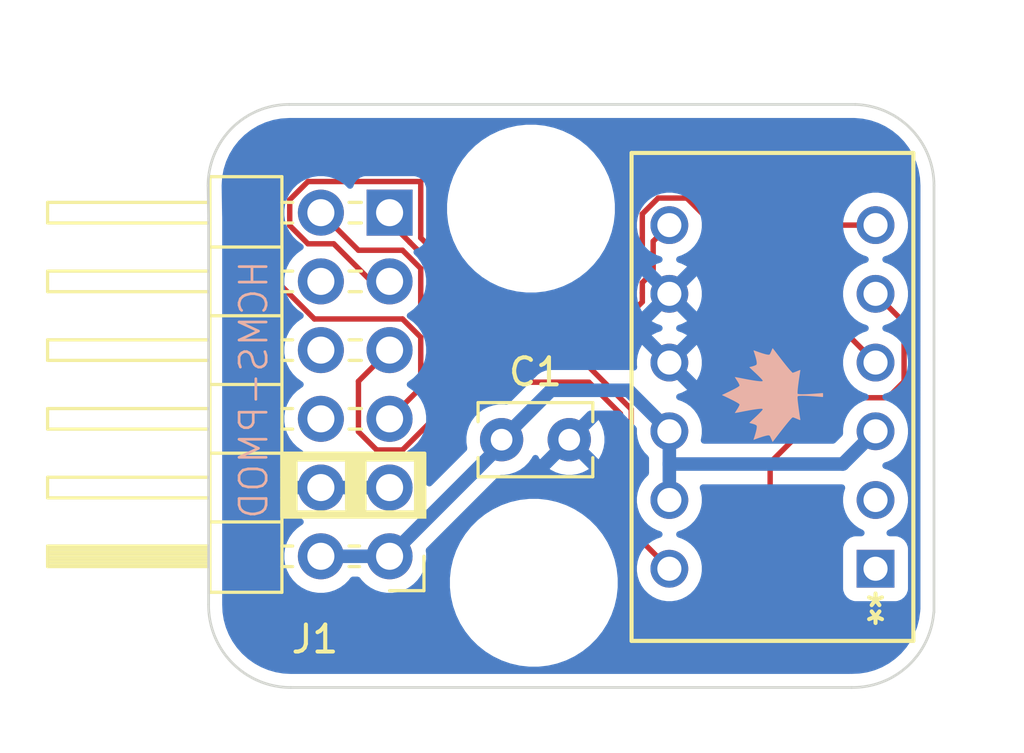
<source format=kicad_pcb>
(kicad_pcb (version 20241229) (generator "pcbnew") (generator_version "9.0")
  (layers (0 "F.Cu" signal) (2 "B.Cu" signal) (13 "F.Paste" user) (15 "B.Paste" user) (5 "F.SilkS" user "F.Silkscreen") (7 "B.SilkS" user "B.Silkscreen") (1 "F.Mask" user) (3 "B.Mask" user) (25 "Edge.Cuts" user))
  (net 0 "")
  (net 1 "GND")
  (net 2 "VCC")
  (net 4 "/CE")
  (net 5 "/RESET")
  (net 6 "/DATA_IN")
  (net 7 "/CLK")
  (net 9 "/RS")
  (footprint "RPi_Hat:RPi_Hat_Mounting_Hole" (layer "F.Cu") (at 123.675 101.4 180)
    (property "Reference" "" (hide yes))
    (property "Value" "" (hide yes))
    (pad "" np_thru_hole circle (at 0.04 -0.01 180) (size 2.75 2.75) (drill 2.75) (layers "*.Cu" "*.Mask") (clearance 1.725))
  )
  (footprint "Library:PinHeader_2x06_P2.54mm_PMODPeriph2B" (layer "F.Cu") (at 118.41 114.26 180)
    (property "Reference" "J1" (at 2.76 -3.065 0) (layer "F.SilkS"))
    (property "Value" "10129382-912001BLF")
    (fp_line (start 12.64 13.08) (end 6.64 13.08) (stroke (width 0.12)) (layer "F.SilkS"))
    (fp_line (start 12.64 12.32) (end 12.64 13.08) (stroke (width 0.12)) (layer "F.SilkS"))
    (fp_line (start 12.64 10.54) (end 6.64 10.54) (stroke (width 0.12)) (layer "F.SilkS"))
    (fp_line (start 12.64 9.78) (end 12.64 10.54) (stroke (width 0.12)) (layer "F.SilkS"))
    (fp_line (start 12.64 8) (end 6.64 8) (stroke (width 0.12)) (layer "F.SilkS"))
    (fp_line (start 12.64 7.24) (end 12.64 8) (stroke (width 0.12)) (layer "F.SilkS"))
    (fp_line (start 12.64 5.46) (end 6.64 5.46) (stroke (width 0.12)) (layer "F.SilkS"))
    (fp_line (start 12.64 4.7) (end 12.64 5.46) (stroke (width 0.12)) (layer "F.SilkS"))
    (fp_line (start 12.64 2.92) (end 6.64 2.92) (stroke (width 0.12)) (layer "F.SilkS"))
    (fp_line (start 12.64 2.16) (end 12.64 2.92) (stroke (width 0.12)) (layer "F.SilkS"))
    (fp_line (start 12.64 0.38) (end 6.64 0.38) (stroke (width 0.12)) (layer "F.SilkS"))
    (fp_line (start 12.64 -0.38) (end 12.64 0.38) (stroke (width 0.12)) (layer "F.SilkS"))
    (fp_line (start 6.64 14.03) (end 6.64 -1.33) (stroke (width 0.12)) (layer "F.SilkS"))
    (fp_line (start 6.64 12.32) (end 12.64 12.32) (stroke (width 0.12)) (layer "F.SilkS"))
    (fp_line (start 6.64 9.78) (end 12.64 9.78) (stroke (width 0.12)) (layer "F.SilkS"))
    (fp_line (start 6.64 7.24) (end 12.64 7.24) (stroke (width 0.12)) (layer "F.SilkS"))
    (fp_line (start 6.64 4.7) (end 12.64 4.7) (stroke (width 0.12)) (layer "F.SilkS"))
    (fp_line (start 6.64 2.16) (end 12.64 2.16) (stroke (width 0.12)) (layer "F.SilkS"))
    (fp_line (start 6.64 0.28) (end 12.64 0.28) (stroke (width 0.12)) (layer "F.SilkS"))
    (fp_line (start 6.64 0.16) (end 12.64 0.16) (stroke (width 0.12)) (layer "F.SilkS"))
    (fp_line (start 6.64 0.04) (end 12.64 0.04) (stroke (width 0.12)) (layer "F.SilkS"))
    (fp_line (start 6.64 -0.08) (end 12.64 -0.08) (stroke (width 0.12)) (layer "F.SilkS"))
    (fp_line (start 6.64 -0.2) (end 12.64 -0.2) (stroke (width 0.12)) (layer "F.SilkS"))
    (fp_line (start 6.64 -0.32) (end 12.64 -0.32) (stroke (width 0.12)) (layer "F.SilkS"))
    (fp_line (start 6.64 -0.38) (end 12.64 -0.38) (stroke (width 0.12)) (layer "F.SilkS"))
    (fp_line (start 6.64 -1.33) (end 3.98 -1.33) (stroke (width 0.12)) (layer "F.SilkS"))
    (fp_line (start 3.98 14.03) (end 6.64 14.03) (stroke (width 0.12)) (layer "F.SilkS"))
    (fp_line (start 3.98 11.43) (end 6.64 11.43) (stroke (width 0.12)) (layer "F.SilkS"))
    (fp_line (start 3.98 8.89) (end 6.64 8.89) (stroke (width 0.12)) (layer "F.SilkS"))
    (fp_line (start 3.98 6.35) (end 6.64 6.35) (stroke (width 0.12)) (layer "F.SilkS"))
    (fp_line (start 3.98 3.81) (end 6.64 3.81) (stroke (width 0.12)) (layer "F.SilkS"))
    (fp_line (start 3.98 1.27) (end 6.64 1.27) (stroke (width 0.12)) (layer "F.SilkS"))
    (fp_line (start 3.98 -1.33) (end 3.98 14.03) (stroke (width 0.12)) (layer "F.SilkS"))
    (fp_line (start 3.75 1.6) (end 3.75 3.6) (stroke (width 0.4)) (layer "F.SilkS"))
    (fp_line (start 3.6 1.6) (end 3.6 3.6) (stroke (width 0.4)) (layer "F.SilkS"))
    (fp_line (start 3.582929 13.08) (end 3.98 13.08) (stroke (width 0.12)) (layer "F.SilkS"))
    (fp_line (start 3.582929 12.32) (end 3.98 12.32) (stroke (width 0.12)) (layer "F.SilkS"))
    (fp_line (start 3.582929 10.54) (end 3.98 10.54) (stroke (width 0.12)) (layer "F.SilkS"))
    (fp_line (start 3.582929 9.78) (end 3.98 9.78) (stroke (width 0.12)) (layer "F.SilkS"))
    (fp_line (start 3.582929 8) (end 3.98 8) (stroke (width 0.12)) (layer "F.SilkS"))
    (fp_line (start 3.582929 7.24) (end 3.98 7.24) (stroke (width 0.12)) (layer "F.SilkS"))
    (fp_line (start 3.582929 5.46) (end 3.98 5.46) (stroke (width 0.12)) (layer "F.SilkS"))
    (fp_line (start 3.582929 4.7) (end 3.98 4.7) (stroke (width 0.12)) (layer "F.SilkS"))
    (fp_line (start 3.582929 2.92) (end 3.98 2.92) (stroke (width 0.12)) (layer "F.SilkS"))
    (fp_line (start 3.582929 2.16) (end 3.98 2.16) (stroke (width 0.12)) (layer "F.SilkS"))
    (fp_line (start 3.582929 0.38) (end 3.98 0.38) (stroke (width 0.12)) (layer "F.SilkS"))
    (fp_line (start 3.582929 -0.38) (end 3.98 -0.38) (stroke (width 0.12)) (layer "F.SilkS"))
    (fp_line (start 1.25 1.8) (end 1.25 3.45) (stroke (width 0.8)) (layer "F.SilkS"))
    (fp_line (start 1.11 0.38) (end 1.497071 0.38) (stroke (width 0.12)) (layer "F.SilkS"))
    (fp_line (start 1.11 -0.38) (end 1.497071 -0.38) (stroke (width 0.12)) (layer "F.SilkS"))
    (fp_line (start 1.042929 13.08) (end 1.497071 13.08) (stroke (width 0.12)) (layer "F.SilkS"))
    (fp_line (start 1.042929 12.32) (end 1.497071 12.32) (stroke (width 0.12)) (layer "F.SilkS"))
    (fp_line (start 1.042929 10.54) (end 1.497071 10.54) (stroke (width 0.12)) (layer "F.SilkS"))
    (fp_line (start 1.042929 9.78) (end 1.497071 9.78) (stroke (width 0.12)) (layer "F.SilkS"))
    (fp_line (start 1.042929 8) (end 1.497071 8) (stroke (width 0.12)) (layer "F.SilkS"))
    (fp_line (start 1.042929 7.24) (end 1.497071 7.24) (stroke (width 0.12)) (layer "F.SilkS"))
    (fp_line (start 1.042929 5.46) (end 1.497071 5.46) (stroke (width 0.12)) (layer "F.SilkS"))
    (fp_line (start 1.042929 4.7) (end 1.497071 4.7) (stroke (width 0.12)) (layer "F.SilkS"))
    (fp_line (start 1.042929 2.92) (end 1.497071 2.92) (stroke (width 0.12)) (layer "F.SilkS"))
    (fp_line (start 1.042929 2.16) (end 1.497071 2.16) (stroke (width 0.12)) (layer "F.SilkS"))
    (fp_line (start -1.1 1.6) (end -1.1 3.6) (stroke (width 0.4)) (layer "F.SilkS"))
    (fp_line (start -1.2 3.65) (end 3.85 3.65) (stroke (width 0.3)) (layer "F.SilkS"))
    (fp_line (start -1.2 1.55) (end 3.85 1.55) (stroke (width 0.3)) (layer "F.SilkS"))
    (fp_line (start -1.27 0) (end -1.27 -1.27) (stroke (width 0.12)) (layer "F.SilkS"))
    (fp_line (start -1.27 -1.27) (end 0 -1.27) (stroke (width 0.12)) (layer "F.SilkS"))
    (fp_rect (start -1.3 1.45) (end 3.98 3.81) (stroke (width 0.12)) (fill no) (layer "F.SilkS"))
    (pad "1" thru_hole rect (at 0 12.7 180) (size 1.7 1.7) (drill 1) (layers "*.Cu" "*.Mask") (net 4 "/CE"))
    (pad "2" thru_hole oval (at 0 10.16 180) (size 1.7 1.7) (drill 1) (layers "*.Cu" "*.Mask") (net 6 "/DATA_IN"))
    (pad "3" thru_hole oval (at 0 7.62 180) (size 1.7 1.7) (drill 1) (layers "*.Cu" "*.Mask") (net 9 "/RS"))
    (pad "4" thru_hole oval (at 0 5.08 180) (size 1.7 1.7) (drill 1) (layers "*.Cu" "*.Mask") (net 7 "/CLK"))
    (pad "5" thru_hole oval (at 0 2.54 180) (size 1.7 1.7) (drill 1) (layers "*.Cu" "*.Mask") (net 1 "GND"))
    (pad "6" thru_hole circle (at 0 0 180) (size 1.7 1.7) (drill 1) (layers "*.Cu" "*.Mask") (net 2 "VCC"))
    (pad "7" thru_hole oval (at 2.54 12.7 180) (size 1.7 1.7) (drill 1) (layers "*.Cu" "*.Mask") (net 5 "/RESET"))
    (pad "8" thru_hole oval (at 2.54 10.16 180) (size 1.7 1.7) (drill 1) (layers "*.Cu" "*.Mask"))
    (pad "9" thru_hole oval (at 2.54 7.62 180) (size 1.7 1.7) (drill 1) (layers "*.Cu" "*.Mask"))
    (pad "10" thru_hole oval (at 2.54 5.08 180) (size 1.7 1.7) (drill 1) (layers "*.Cu" "*.Mask"))
    (pad "11" thru_hole oval (at 2.54 2.54 180) (size 1.7 1.7) (drill 1) (layers "*.Cu" "*.Mask") (net 1 "GND"))
    (pad "12" thru_hole oval (at 2.54 0 180) (size 1.7 1.7) (drill 1) (layers "*.Cu" "*.Mask") (net 2 "VCC"))
  )
  (footprint "Capacitor_THT:C_Rect_L4.0mm_W2.5mm_P2.50mm" (layer "F.Cu") (at 122.55 109.95)
    (property "Reference" "C1" (at 1.25 -2.5 0) (layer "F.SilkS"))
    (property "Value" "C 100n")
    (fp_line (start -0.87 -1.37) (end -0.87 -0.665) (stroke (width 0.12)) (layer "F.SilkS"))
    (fp_line (start -0.87 -1.37) (end 3.37 -1.37) (stroke (width 0.12)) (layer "F.SilkS"))
    (fp_line (start -0.87 0.665) (end -0.87 1.37) (stroke (width 0.12)) (layer "F.SilkS"))
    (fp_line (start -0.87 1.37) (end 3.37 1.37) (stroke (width 0.12)) (layer "F.SilkS"))
    (fp_line (start 3.37 -1.37) (end 3.37 -0.665) (stroke (width 0.12)) (layer "F.SilkS"))
    (fp_line (start 3.37 0.665) (end 3.37 1.37) (stroke (width 0.12)) (layer "F.SilkS"))
    (pad "1" thru_hole circle (at 0 0) (size 1.6 1.6) (drill 0.8) (layers "*.Cu" "*.Mask") (net 2 "VCC"))
    (pad "2" thru_hole circle (at 2.5 0) (size 1.6 1.6) (drill 0.8) (layers "*.Cu" "*.Mask") (net 1 "GND"))
  )
  (footprint "Library:DIP12_HCMS-290X-A_BRA" (layer "F.Cu") (at 136.37 114.72 180)
    (property "Reference" "U1" (at 3.81 6.27 90) (layer "F.SilkS"))
    (property "Value" "HCMS-2903")
    (fp_line (start 9.017 15.367) (end 9.017 -2.667) (stroke (width 0.1524)) (layer "F.SilkS"))
    (fp_line (start 9.017 -2.667) (end -1.397 -2.667) (stroke (width 0.1524)) (layer "F.SilkS"))
    (fp_line (start -1.397 15.367) (end 9.017 15.367) (stroke (width 0.1524)) (layer "F.SilkS"))
    (fp_line (start -1.397 -2.667) (end -1.397 15.367) (stroke (width 0.1524)) (layer "F.SilkS"))
    (fp_text user "*" (at 0 -1.4605 180) (layer "F.SilkS"))
    (fp_text user "*" (at 0 -1.4605 0) (layer "F.SilkS"))
    (pad "1" thru_hole rect (at 0 0 180) (size 1.397 1.397) (drill 0.889) (layers "*.Cu" "*.Mask"))
    (pad "2" thru_hole circle (at 0 2.54 180) (size 1.397 1.397) (drill 0.889) (layers "*.Cu" "*.Mask"))
    (pad "3" thru_hole circle (at 0 5.08 180) (size 1.397 1.397) (drill 0.889) (layers "*.Cu" "*.Mask") (net 2 "VCC"))
    (pad "4" thru_hole circle (at 0 7.62 180) (size 1.397 1.397) (drill 0.889) (layers "*.Cu" "*.Mask") (net 6 "/DATA_IN"))
    (pad "5" thru_hole circle (at 0 10.16 180) (size 1.397 1.397) (drill 0.889) (layers "*.Cu" "*.Mask") (net 9 "/RS"))
    (pad "6" thru_hole circle (at 0 12.7 180) (size 1.397 1.397) (drill 0.889) (layers "*.Cu" "*.Mask") (net 7 "/CLK"))
    (pad "7" thru_hole circle (at 7.62 12.7 180) (size 1.397 1.397) (drill 0.889) (layers "*.Cu" "*.Mask") (net 4 "/CE"))
    (pad "8" thru_hole circle (at 7.62 10.16 180) (size 1.397 1.397) (drill 0.889) (layers "*.Cu" "*.Mask") (net 1 "GND"))
    (pad "9" thru_hole circle (at 7.62 7.62 180) (size 1.397 1.397) (drill 0.889) (layers "*.Cu" "*.Mask") (net 1 "GND"))
    (pad "10" thru_hole circle (at 7.62 5.08 180) (size 1.397 1.397) (drill 0.889) (layers "*.Cu" "*.Mask") (net 2 "VCC"))
    (pad "11" thru_hole circle (at 7.62 2.54 180) (size 1.397 1.397) (drill 0.889) (layers "*.Cu" "*.Mask") (net 2 "VCC"))
    (pad "12" thru_hole circle (at 7.62 0 180) (size 1.397 1.397) (drill 0.889) (layers "*.Cu" "*.Mask") (net 5 "/RESET"))
  )
  (footprint "RPi_Hat:RPi_Hat_Mounting_Hole" (layer "F.Cu") (at 123.7 115.23868 180)
    (property "Reference" "" (hide yes))
    (property "Value" "" (hide yes))
    (pad "" np_thru_hole circle (at -0.04 0 180) (size 2.75 2.75) (drill 2.75) (layers "*.Cu" "*.Mask") (clearance 1.725))
  )
  (footprint "LOGO" (layer "B.Cu") (at 132.55 108.3 -90)
    (property "Reference" "G***" (hide yes))
    (property "Value" "LOGO" (hide yes))
    (fp_poly (pts (xy 0.004947 1.849382) (xy 0.014243 1.831194) (xy 0.026003 1.805416) (xy 0.027675 1.801561) (xy 0.037622 1.779503) (xy 0.053547 1.745416) (xy 0.074222 1.701879) (xy 0.098415 1.651468) (xy 0.124896 1.596761) (xy 0.15102 1.54322) (xy 0.194153 1.456757) (xy 0.232985 1.382165) (xy 0.267183 1.320009) (xy 0.296417 1.270854) (xy 0.320355 1.235266) (xy 0.338667 1.21381) (xy 0.347519 1.207661) (xy 0.363328 1.208817) (xy 0.390911 1.219167) (xy 0.429054 1.23808) (xy 0.47654 1.264922) (xy 0.532157 1.299063) (xy 0.56947 1.323146) (xy 0.603542 1.345143) (xy 0.632496 1.363143) (xy 0.653773 1.375609) (xy 0.664818 1.381004) (xy 0.665744 1.381024) (xy 0.664983 1.372565) (xy 0.661354 1.350016) (xy 0.655203 1.315252) (xy 0.646873 1.270149) (xy 0.636711 1.216583) (xy 0.625061 1.156432) (xy 0.615994 1.110343) (xy 0.591131 0.982019) (xy 0.569294 0.863626) (xy 0.55059 0.755905) (xy 0.535126 0.659599) (xy 0.523009 0.57545) (xy 0.514348 0.5042) (xy 0.509249 0.446593) (xy 0.50782 0.403371) (xy 0.509886 0.376696) (xy 0.51709 0.356659) (xy 0.529544 0.350187) (xy 0.530214 0.350177) (xy 0.542874 0.356135) (xy 0.565422 0.37343) (xy 0.59696 0.401191) (xy 0.636592 0.438549) (xy 0.683422 0.484634) (xy 0.736553 0.538578) (xy 0.795089 0.599509) (xy 0.858133 0.666558) (xy 0.874394 0.684066) (xy 0.913727 0.726407) (xy 0.949469 0.764664) (xy 0.980123 0.797252) (xy 1.004189 0.822586) (xy 1.020171 0.839079) (xy 1.026539 0.845135) (xy 1.030481 0.838788) (xy 1.036993 0.819872) (xy 1.045013 0.791696) (xy 1.050077 0.771842) (xy 1.068948 0.701767) (xy 1.087408 0.647416) (xy 1.105665 0.608239) (xy 1.118973 0.588916) (xy 1.133068 0.575833) (xy 1.149807 0.569846) (xy 1.175694 0.568734) (xy 1.177938 0.56878) (xy 1.224607 0.573033) (xy 1.284808 0.584036) (xy 1.358811 0.601855) (xy 1.44689 0.626558) (xy 1.549315 0.658211) (xy 1.578204 0.667547) (xy 1.610658 0.67804) (xy 1.636713 0.686313) (xy 1.652904 0.691275) (xy 1.656472 0.69221) (xy 1.654886 0.685149) (xy 1.648555 0.666121) (xy 1.638591 0.638358) (xy 1.630586 0.616881) (xy 1.598954 0.530718) (xy 1.570338 0.447995) (xy 1.545262 0.370509) (xy 1.524252 0.300058) (xy 1.507833 0.238438) (xy 1.496529 0.187446) (xy 1.490866 0.148878) (xy 1.490296 0.136724) (xy 1.496261 0.105989) (xy 1.507863 0.090126) (xy 1.520617 0.081873) (xy 1.544555 0.06932) (xy 1.576142 0.054045) (xy 1.611844 0.03763) (xy 1.648127 0.021654) (xy 1.681456 0.007698) (xy 1.708299 -0.002659) (xy 1.72512 -0.007836) (xy 1.727649 -0.008143) (xy 1.733077 -0.009577) (xy 1.732064 -0.014581) (xy 1.723436 -0.024204) (xy 1.706021 -0.039497) (xy 1.678644 -0.06151) (xy 1.640132 -0.091295) (xy 1.604296 -0.118561) (xy 1.495115 -0.20169) (xy 1.391629 -0.281286) (xy 1.294578 -0.356749) (xy 1.204701 -0.427479) (xy 1.122736 -0.492875) (xy 1.049424 -0.552338) (xy 0.985502 -0.605267) (xy 0.93171 -0.651064) (xy 0.888787 -0.689127) (xy 0.857472 -0.718857) (xy 0.838504 -0.739653) (xy 0.837295 -0.741246) (xy 0.829037 -0.753601) (xy 0.826219 -0.764643) (xy 0.82887 -0.779808) (xy 0.837024 -0.804535) (xy 0.837673 -0.806395) (xy 0.847122 -0.831752) (xy 0.861133 -0.867218) (xy 0.877766 -0.907969) (xy 0.894024 -0.946697) (xy 0.911433 -0.987667) (xy 0.922152 -1.015592) (xy 0.925527 -1.032549) (xy 0.920906 -1.04062) (xy 0.907638 -1.041883) (xy 0.885069 -1.03842) (xy 0.866373 -1.034859) (xy 0.836829 -1.029752) (xy 0.793867 -1.022977) (xy 0.740226 -1.014915) (xy 0.678644 -1.005945) (xy 0.611861 -0.996449) (xy 0.542616 -0.986808) (xy 0.473648 -0.977401) (xy 0.407696 -0.96861) (xy 0.3475 -0.960816) (xy 0.295798 -0.954399) (xy 0.255331 -0.94974) (xy 0.249364 -0.949108) (xy 0.186744 -0.942844) (xy 0.138363 -0.938714) (xy 0.102301 -0.936769) (xy 0.076643 -0.937064) (xy 0.059473 -0.939651) (xy 0.048873 -0.944583) (xy 0.042927 -0.951912) (xy 0.041669 -0.95484) (xy 0.034974 -0.984145) (xy 0.030657 -1.029393) (xy 0.028714 -1.090414) (xy 0.029141 -1.16704) (xy 0.031934 -1.2591) (xy 0.03709 -1.366425) (xy 0.044605 -1.488846) (xy 0.054475 -1.626194) (xy 0.057117 -1.66037) (xy 0.061516 -1.716855) (xy 0.065459 -1.768008) (xy 0.068778 -1.811576) (xy 0.0713 -1.845308) (xy 0.072857 -1.86695) (xy 0.073292 -1.874141) (xy 0.065756 -1.87724) (xy 0.045569 -1.879643) (xy 0.016365 -1.881001) (xy 0 -1.881179) (xy -0.032275 -1.880424) (xy -0.057299 -1.878401) (xy -0.071439 -1.875474) (xy -0.073293 -1.873833) (xy -0.072685 -1.864014) (xy -0.070975 -1.840216) (xy -0.068333 -1.804699) (xy -0.064927 -1.759722) (xy -0.060927 -1.707543) (xy -0.057253 -1.660063) (xy -0.047573 -1.528129) (xy -0.039939 -1.408084) (xy -0.03436 -1.300457) (xy -0.030846 -1.205776) (xy -0.029404 -1.124571) (xy -0.030045 -1.057369) (xy -0.032777 -1.004701) (xy -0.03761 -0.967094) (xy -0.044552 -0.945077) (xy -0.045006 -0.944312) (xy -0.056661 -0.939646) (xy -0.083501 -0.937838) (xy -0.124692 -0.938802) (xy -0.179401 -0.942453) (xy -0.246793 -0.948708) (xy -0.326035 -0.957482) (xy -0.416292 -0.968689) (xy -0.51673 -0.982245) (xy -0.626516 -0.998066) (xy -0.732104 -1.014089) (xy -0.785094 -1.022241) (xy -0.83295 -1.029473) (xy -0.873235 -1.035429) (xy -0.903513 -1.03975) (xy -0.92135 -1.042079) (xy -0.924834 -1.042385) (xy -0.926239 -1.035284) (xy -0.920612 -1.014641) (xy -0.90828 -0.981446) (xy -0.891599 -0.941385) (xy -0.873977 -0.899489) (xy -0.857585 -0.858665) (xy -0.844181 -0.823407) (xy -0.835523 -0.79821) (xy -0.835133 -0.796915) (xy -0.822224 -0.753445) (xy -0.884339 -0.694279) (xy -0.925562 -0.656569) (xy -0.978691 -0.610648) (xy -1.043932 -0.556354) (xy -1.121489 -0.493519) (xy -1.211569 -0.421981) (xy -1.314377 -0.341574) (xy -1.430118 -0.252133) (xy -1.551363 -0.159314) (xy -1.598191 -0.123474) (xy -1.64059 -0.090773) (xy -1.676883 -0.062525) (xy -1.705391 -0.040043) (xy -1.724437 -0.024643) (xy -1.732344 -0.017639) (xy -1.732456 -0.017455) (xy -1.726141 -0.012578) (xy -1.707522 -0.0032) (xy -1.679491 0.009319) (xy -1.645729 0.023304) (xy -1.606704 0.039508) (xy -1.569796 0.055837) (xy -1.539687 0.070165) (xy -1.523677 0.078735) (xy -1.503184 0.092355) (xy -1.493408 0.105033) (xy -1.490471 0.123057) (xy -1.490343 0.132797) (xy -1.494028 0.174899) (xy -1.504999 0.230689) (xy -1.5233 0.300335) (xy -1.548978 0.384005) (xy -1.582081 0.481864) (xy -1.605687 0.547907) (xy -1.62146 0.591979) (xy -1.634774 0.630534) (xy -1.644808 0.661072) (xy -1.650736 0.681094) (xy -1.65188 0.68806) (xy -1.643162 0.687161) (xy -1.622625 0.681869) (xy -1.59383 0.673157) (xy -1.57544 0.667153) (xy -1.468523 0.632799) (xy -1.375492 0.605923) (xy -1.296437 0.586542) (xy -1.231443 0.574672) (xy -1.180598 0.570328) (xy -1.14399 0.573525) (xy -1.121706 0.584279) (xy -1.120391 0.585634) (xy -1.105201 0.6088) (xy -1.088743 0.644909) (xy -1.072214 0.690802) (xy -1.056813 0.743322) (xy -1.049711 0.77193) (xy -1.04165 0.804102) (xy -1.03434 0.828954) (xy -1.028816 0.84317) (xy -1.026804 0.845222) (xy -1.020074 0.83885) (xy -1.003805 0.822091) (xy -0.979496 0.796532) (xy -0.948649 0.763762) (xy -0.912765 0.725366) (xy -0.874394 0.684066) (xy -0.810307 0.615566) (xy -0.750527 0.552991) (xy -0.695946 0.497208) (xy -0.647459 0.449086) (xy -0.605959 0.409491) (xy -0.572342 0.37929) (xy -0.5475 0.359351) (xy -0.532327 0.35054) (xy -0.530191 0.350177) (xy -0.51919 0.353621) (xy -0.512088 0.365208) (xy -0.508627 0.386819) (xy -0.50855 0.420336) (xy -0.511597 0.46764) (xy -0.512549 0.478813) (xy -0.520285 0.552213) (xy -0.531694 0.637541) (xy -0.546901 0.735558) (xy -0.566031 0.847024) (xy -0.589207 0.972696) (xy -0.615952 1.1103) (xy -0.628481 1.174019) (xy -0.639754 1.232507) (xy -0.649426 1.283887) (xy -0.657153 1.32628) (xy -0.662592 1.357809) (xy -0.665397 1.376594) (xy -0.665597 1.381171) (xy -0.657974 1.378154) (xy -0.639334 1.367531) (xy -0.612163 1.350807) (xy -0.578945 1.329485) (xy -0.564206 1.319798) (xy -0.496528 1.276338) (xy -0.441017 1.243576) (xy -0.397591 1.221471) (xy -0.366169 1.209983) (xy -0.346672 1.209072) (xy -0.34385 1.210363) (xy -0.327763 1.225426) (xy -0.306832 1.253607) (xy -0.280831 1.295291) (xy -0.249535 1.350864) (xy -0.212721 1.420712) (xy -0.170164 1.505219) (xy -0.159459 1.526933) (xy -0.131602 1.583882) (xy -0.104614 1.639492) (xy -0.079788 1.691069) (xy -0.058414 1.735921) (xy -0.041783 1.771352) (xy -0.031762 1.793357) (xy -0.018723 1.821935) (xy -0.007932 1.843729) (xy -0.001139 1.855273) (xy 0 1.856252)) (fill yes) (layer "B.SilkS"))
  )
  (gr_line (start 114.76 119.108788) (end 135.488263 119.108788) (stroke (width 0.1)) (layer "Edge.Cuts"))
  (gr_line (start 111.701311 100.559978) (end 111.72132 101.77132) (stroke (width 0.1)) (layer "Edge.Cuts"))
  (gr_arc (start 138.520831 116.335525) (mid 137.55 118.325) (end 135.479092 119.107218) (stroke (width 0.1)) (layer "Edge.Cuts"))
  (gr_line (start 114.701311 97.559978) (end 135.619776 97.56) (stroke (width 0.1)) (layer "Edge.Cuts"))
  (gr_arc (start 111.701311 100.559978) (mid 112.579991 98.438658) (end 114.701311 97.559978) (stroke (width 0.1)) (layer "Edge.Cuts"))
  (gr_arc (start 114.76 119.108788) (mid 112.600652 118.208123) (end 111.72132 116.04) (stroke (width 0.1)) (layer "Edge.Cuts"))
  (gr_arc (start 135.619799 97.56) (mid 137.683643 98.469792) (end 138.531116 100.559998) (stroke (width 0.1)) (layer "Edge.Cuts"))
  (gr_line (start 111.72132 101.77132) (end 111.72132 116.04) (stroke (width 0.1)) (layer "Edge.Cuts"))
  (gr_line (start 138.529979 116.335525) (end 138.531116 100.559998) (stroke (width 0.1)) (layer "Edge.Cuts"))
  (gr_text "HCMS-PMOD" (at 113.975 103.25 90) (layer "B.SilkS") (effects (font (size 1 1) (thickness 0.1)) (justify left bottom mirror)))
  (segment (start 122.55 110.12) (end 122.55 109.95) (width 0.5) (layer "B.Cu") (net 2))
  (segment (start 124.375 108.125) (end 127.235 108.125) (width 0.5) (layer "B.Cu") (net 2))
  (segment (start 122.55 109.95) (end 124.375 108.125) (width 0.5) (layer "B.Cu") (net 2))
  (segment (start 118.41 114.26) (end 122.55 110.12) (width 0.5) (layer "B.Cu") (net 2))
  (segment (start 128.75 110.85) (end 135.16 110.85) (width 0.5) (layer "B.Cu") (net 2))
  (segment (start 128.75 110.85) (end 128.75 112.18) (width 0.5) (layer "B.Cu") (net 2))
  (segment (start 115.87 114.26) (end 118.41 114.26) (width 0.5) (layer "B.Cu") (net 2))
  (segment (start 127.235 108.125) (end 128.75 109.64) (width 0.5) (layer "B.Cu") (net 2))
  (segment (start 128.75 109.64) (end 128.75 110.85) (width 0.5) (layer "B.Cu") (net 2))
  (segment (start 135.16 110.85) (end 136.37 109.64) (width 0.5) (layer "B.Cu") (net 2))
  (segment (start 128.1515 103.746408) (end 128.1515 103.414208) (width 0.2) (layer "F.Cu") (net 4))
  (segment (start 127.7515 104.856286) (end 127.7515 104.524086) (width 0.2) (layer "F.Cu") (net 4))
  (segment (start 127.5166 105.091186) (end 127.7515 104.856286) (width 0.2) (layer "F.Cu") (net 4))
  (segment (start 128.1515 103.414208) (end 128.1515 102.6185) (width 0.2) (layer "F.Cu") (net 4))
  (segment (start 119.961 103.457554) (end 119.961 104.685169) (width 0.2) (layer "F.Cu") (net 4))
  (segment (start 125.807793 106.799992) (end 126.042693 106.565092) (width 0.2) (layer "F.Cu") (net 4))
  (segment (start 119.16 102.65514) (end 119.16 102.656554) (width 0.2) (layer "F.Cu") (net 4))
  (segment (start 122.075822 106.799992) (end 125.475593 106.799992) (width 0.2) (layer "F.Cu") (net 4))
  (segment (start 118.41 101.56) (end 118.41 101.90514) (width 0.2) (layer "F.Cu") (net 4))
  (segment (start 119.3949 102.891454) (end 119.961 103.457554) (width 0.2) (layer "F.Cu") (net 4))
  (segment (start 127.7515 104.524086) (end 127.7515 104.146408) (width 0.2) (layer "F.Cu") (net 4))
  (segment (start 119.961 104.685169) (end 119.961 105.017369) (width 0.2) (layer "F.Cu") (net 4))
  (segment (start 118.41 101.90514) (end 119.16 102.65514) (width 0.2) (layer "F.Cu") (net 4))
  (segment (start 119.16 102.656554) (end 119.3949 102.891454) (width 0.2) (layer "F.Cu") (net 4))
  (segment (start 127.7515 104.146408) (end 127.9166 103.981308) (width 0.2) (layer "F.Cu") (net 4))
  (segment (start 121.508722 106.565092) (end 121.743622 106.799992) (width 0.2) (layer "F.Cu") (net 4))
  (segment (start 126.042693 106.565092) (end 127.5166 105.091186) (width 0.2) (layer "F.Cu") (net 4))
  (segment (start 125.475593 106.799992) (end 125.807793 106.799992) (width 0.2) (layer "F.Cu") (net 4))
  (segment (start 127.9166 103.981308) (end 128.1515 103.746408) (width 0.2) (layer "F.Cu") (net 4))
  (segment (start 128.1515 102.6185) (end 128.75 102.02) (width 0.2) (layer "F.Cu") (net 4))
  (segment (start 119.961 105.017369) (end 120.1959 105.252269) (width 0.2) (layer "F.Cu") (net 4))
  (segment (start 120.1959 105.252269) (end 121.508722 106.565092) (width 0.2) (layer "F.Cu") (net 4))
  (segment (start 121.743622 106.799992) (end 122.075822 106.799992) (width 0.2) (layer "F.Cu") (net 4))
  (segment (start 119.561 105.183056) (end 119.561 104.850856) (width 0.2) (layer "F.Cu") (net 5))
  (segment (start 118.88676 102.949) (end 117.259 102.949) (width 0.2) (layer "F.Cu") (net 5))
  (segment (start 128.75 114.72) (end 127.342 113.312) (width 0.2) (layer "F.Cu") (net 5))
  (segment (start 121.577936 107.199992) (end 121.343036 106.965092) (width 0.2) (layer "F.Cu") (net 5))
  (segment (start 119.561 103.62324) (end 118.88676 102.949) (width 0.2) (layer "F.Cu") (net 5))
  (segment (start 121.343036 106.965092) (end 119.7959 105.417956) (width 0.2) (layer "F.Cu") (net 5))
  (segment (start 121.910136 107.199992) (end 121.577936 107.199992) (width 0.2) (layer "F.Cu") (net 5))
  (segment (start 117.259 102.949) (end 115.87 101.56) (width 0.2) (layer "F.Cu") (net 5))
  (segment (start 119.7959 105.417956) (end 119.561 105.183056) (width 0.2) (layer "F.Cu") (net 5))
  (segment (start 125.641279 107.199992) (end 121.910136 107.199992) (width 0.2) (layer "F.Cu") (net 5))
  (segment (start 127.342 113.312) (end 127.342 108.8249) (width 0.2) (layer "F.Cu") (net 5))
  (segment (start 127.342 108.8249) (end 125.717092 107.199992) (width 0.2) (layer "F.Cu") (net 5))
  (segment (start 119.561 104.850856) (end 119.561 103.62324) (width 0.2) (layer "F.Cu") (net 5))
  (segment (start 125.717092 107.199992) (end 125.641279 107.199992) (width 0.2) (layer "F.Cu") (net 5))
  (segment (start 114.719 102.03676) (end 114.719 101.08324) (width 0.2) (layer "F.Cu") (net 6))
  (segment (start 127.3505 103.980308) (end 127.7505 103.580308) (width 0.2) (layer "F.Cu") (net 6))
  (segment (start 127.7505 101.605993) (end 128.335993 101.0205) (width 0.2) (layer "F.Cu") (net 6))
  (segment (start 117.73576 104.1) (end 116.34676 102.711) (width 0.2) (layer "F.Cu") (net 6))
  (segment (start 118.41 104.1) (end 117.73576 104.1) (width 0.2) (layer "F.Cu") (net 6))
  (segment (start 115.39324 100.409) (end 119.561 100.409) (width 0.2) (layer "F.Cu") (net 6))
  (segment (start 134.28 105.905) (end 135.175 105.905) (width 0.2) (layer "F.Cu") (net 6))
  (segment (start 135.175 105.905) (end 136.37 107.1) (width 0.2) (layer "F.Cu") (net 6))
  (segment (start 125.641693 106.398992) (end 127.3505 104.690186) (width 0.2) (layer "F.Cu") (net 6))
  (segment (start 129.3955 101.0205) (end 134.28 105.905) (width 0.2) (layer "F.Cu") (net 6))
  (segment (start 114.719 101.08324) (end 115.39324 100.409) (width 0.2) (layer "F.Cu") (net 6))
  (segment (start 121.909722 106.398992) (end 125.641693 106.398992) (width 0.2) (layer "F.Cu") (net 6))
  (segment (start 115.39324 102.711) (end 114.719 102.03676) (width 0.2) (layer "F.Cu") (net 6))
  (segment (start 120.362 104.851269) (end 121.909722 106.398992) (width 0.2) (layer "F.Cu") (net 6))
  (segment (start 127.3505 104.690186) (end 127.3505 103.980308) (width 0.2) (layer "F.Cu") (net 6))
  (segment (start 119.561 100.409) (end 119.561 102.490454) (width 0.2) (layer "F.Cu") (net 6))
  (segment (start 116.34676 102.711) (end 115.39324 102.711) (width 0.2) (layer "F.Cu") (net 6))
  (segment (start 127.7505 103.580308) (end 127.7505 101.605993) (width 0.2) (layer "F.Cu") (net 6))
  (segment (start 120.362 103.291454) (end 120.362 104.851269) (width 0.2) (layer "F.Cu") (net 6))
  (segment (start 119.561 102.490454) (end 120.362 103.291454) (width 0.2) (layer "F.Cu") (net 6))
  (segment (start 128.335993 101.0205) (end 129.3955 101.0205) (width 0.2) (layer "F.Cu") (net 6))
  (segment (start 127.3495 101.439893) (end 127.3495 101.772093) (width 0.2) (layer "F.Cu") (net 7))
  (segment (start 136.37 102.02) (end 130.9621 102.02) (width 0.2) (layer "F.Cu") (net 7))
  (segment (start 118.88676 105.489) (end 119.561 106.16324) (width 0.2) (layer "F.Cu") (net 7))
  (segment (start 126.9495 104.524086) (end 126.212546 105.261039) (width 0.2) (layer "F.Cu") (net 7))
  (segment (start 119.561 106.16324) (end 119.561 108.029) (width 0.2) (layer "F.Cu") (net 7))
  (segment (start 122.075822 105.997992) (end 121.419411 105.34158) (width 0.2) (layer "F.Cu") (net 7))
  (segment (start 121.419411 105.34158) (end 120.763 104.685169) (width 0.2) (layer "F.Cu") (net 7))
  (segment (start 127.3495 103.414208) (end 127.1844 103.579308) (width 0.2) (layer "F.Cu") (net 7))
  (segment (start 114.318 102.20286) (end 114.318 104.17576) (width 0.2) (layer "F.Cu") (net 7))
  (segment (start 114.318 101.24934) (end 114.318 101.87066) (width 0.2) (layer "F.Cu") (net 7))
  (segment (start 126.9495 103.814208) (end 126.9495 103.81421) (width 0.2) (layer "F.Cu") (net 7))
  (segment (start 119.962 100.2429) (end 119.7271 100.008) (width 0.2) (layer "F.Cu") (net 7))
  (segment (start 114.318 100.91714) (end 114.318 101.24934) (width 0.2) (layer "F.Cu") (net 7))
  (segment (start 128.169893 100.6195) (end 127.934993 100.8544) (width 0.2) (layer "F.Cu") (net 7))
  (segment (start 129.7965 100.8544) (end 129.5616 100.6195) (width 0.2) (layer "F.Cu") (net 7))
  (segment (start 114.318 101.87066) (end 114.318 102.20286) (width 0.2) (layer "F.Cu") (net 7))
  (segment (start 115.63124 105.489) (end 118.88676 105.489) (width 0.2) (layer "F.Cu") (net 7))
  (segment (start 120.763 103.457554) (end 120.763 103.125354) (width 0.2) (layer "F.Cu") (net 7))
  (segment (start 127.3495 102.9166) (end 127.3495 103.414208) (width 0.2) (layer "F.Cu") (net 7))
  (segment (start 126.212546 105.261039) (end 125.475593 105.997992) (width 0.2) (layer "F.Cu") (net 7))
  (segment (start 119.962 102.324354) (end 119.962 100.5751) (width 0.2) (layer "F.Cu") (net 7))
  (segment (start 127.3495 101.772093) (end 127.3495 102.5844) (width 0.2) (layer "F.Cu") (net 7))
  (segment (start 120.5281 102.890454) (end 119.962 102.324354) (width 0.2) (layer "F.Cu") (net 7))
  (segment (start 114.318 104.17576) (end 115.63124 105.489) (width 0.2) (layer "F.Cu") (net 7))
  (segment (start 126.9495 103.81421) (end 126.9495 104.146408) (width 0.2) (layer "F.Cu") (net 7))
  (segment (start 125.475593 105.997992) (end 122.075822 105.997992) (width 0.2) (layer "F.Cu") (net 7))
  (segment (start 128.2805 100.6195) (end 128.169893 100.6195) (width 0.2) (layer "F.Cu") (net 7))
  (segment (start 119.561 108.029) (end 118.41 109.18) (width 0.2) (layer "F.Cu") (net 7))
  (segment (start 127.5844 101.204993) (end 127.45 101.339393) (width 0.2) (layer "F.Cu") (net 7))
  (segment (start 114.318 100.607) (end 114.318 100.91714) (width 0.2) (layer "F.Cu") (net 7))
  (segment (start 119.6691 99.95) (end 114.975 99.95) (width 0.2) (layer "F.Cu") (net 7))
  (segment (start 127.1844 103.579308) (end 127.184401 103.579308) (width 0.2) (layer "F.Cu") (net 7))
  (segment (start 129.5616 100.6195) (end 129.2294 100.6195) (width 0.2) (layer "F.Cu") (net 7))
  (segment (start 127.3495 102.5844) (end 127.3495 102.9166) (width 0.2) (layer "F.Cu") (net 7))
  (segment (start 120.763 104.685169) (end 120.763 103.457554) (width 0.2) (layer "F.Cu") (net 7))
  (segment (start 120.763 103.125354) (end 120.5281 102.890454) (width 0.2) (layer "F.Cu") (net 7))
  (segment (start 126.9495 104.146408) (end 126.9495 104.524086) (width 0.2) (layer "F.Cu") (net 7))
  (segment (start 130.9621 102.02) (end 129.7965 100.8544) (width 0.2) (layer "F.Cu") (net 7))
  (segment (start 114.975 99.95) (end 114.318 100.607) (width 0.2) (layer "F.Cu") (net 7))
  (segment (start 127.45 101.339393) (end 127.3495 101.439893) (width 0.2) (layer "F.Cu") (net 7))
  (segment (start 119.962 100.5751) (end 119.962 100.2429) (width 0.2) (layer "F.Cu") (net 7))
  (segment (start 127.1844 103.579308) (end 126.9495 103.814208) (width 0.2) (layer "F.Cu") (net 7))
  (segment (start 127.934993 100.8544) (end 127.5844 101.204993) (width 0.2) (layer "F.Cu") (net 7))
  (segment (start 128.502093 100.6195) (end 128.2805 100.6195) (width 0.2) (layer "F.Cu") (net 7))
  (segment (start 129.2294 100.6195) (end 128.502093 100.6195) (width 0.2) (layer "F.Cu") (net 7))
  (segment (start 119.7271 100.008) (end 119.6691 99.95) (width 0.2) (layer "F.Cu") (net 7))
  (segment (start 125.775 107.825) (end 121.39276 107.825) (width 0.2) (layer "F.Cu") (net 9))
  (segment (start 128.125 116.175) (end 126.941 114.991) (width 0.2) (layer "F.Cu") (net 9))
  (segment (start 134.875 108.4) (end 132.475 110.8) (width 0.2) (layer "F.Cu") (net 9))
  (segment (start 136.825 108.4) (end 134.875 108.4) (width 0.2) (layer "F.Cu") (net 9))
  (segment (start 117.259 107.791) (end 118.41 106.64) (width 0.2) (layer "F.Cu") (net 9))
  (segment (start 136.37 104.56) (end 137.425 105.615) (width 0.2) (layer "F.Cu") (net 9))
  (segment (start 126.941 114.991) (end 126.941 108.991) (width 0.2) (layer "F.Cu") (net 9))
  (segment (start 118.88676 110.331) (end 117.93324 110.331) (width 0.2) (layer "F.Cu") (net 9))
  (segment (start 137.425 105.615) (end 137.425 107.8) (width 0.2) (layer "F.Cu") (net 9))
  (segment (start 117.93324 110.331) (end 117.259 109.65676) (width 0.2) (layer "F.Cu") (net 9))
  (segment (start 132.475 115.275) (end 131.575 116.175) (width 0.2) (layer "F.Cu") (net 9))
  (segment (start 131.575 116.175) (end 128.125 116.175) (width 0.2) (layer "F.Cu") (net 9))
  (segment (start 117.259 109.65676) (end 117.259 107.791) (width 0.2) (layer "F.Cu") (net 9))
  (segment (start 132.475 110.8) (end 132.475 115.275) (width 0.2) (layer "F.Cu") (net 9))
  (segment (start 126.941 108.991) (end 125.775 107.825) (width 0.2) (layer "F.Cu") (net 9))
  (segment (start 137.425 107.8) (end 136.825 108.4) (width 0.2) (layer "F.Cu") (net 9))
  (segment (start 121.39276 107.825) (end 118.88676 110.331) (width 0.2) (layer "F.Cu") (net 9))
  (zone (net 1) (net_name "GND") (layer "B.Cu") (connect_pads (clearance 0.5)) (min_thickness 0.25) (fill yes (thermal_gap 0.5) (thermal_bridge_width 0.5))
    (polygon (pts (xy 141.525 121.225) (xy 141.875 98.125) (xy 141.8 93.7) (xy 106.55 94.15) (xy 106.575 121.55) (xy 141.525 121.1)))
  )
)
</source>
